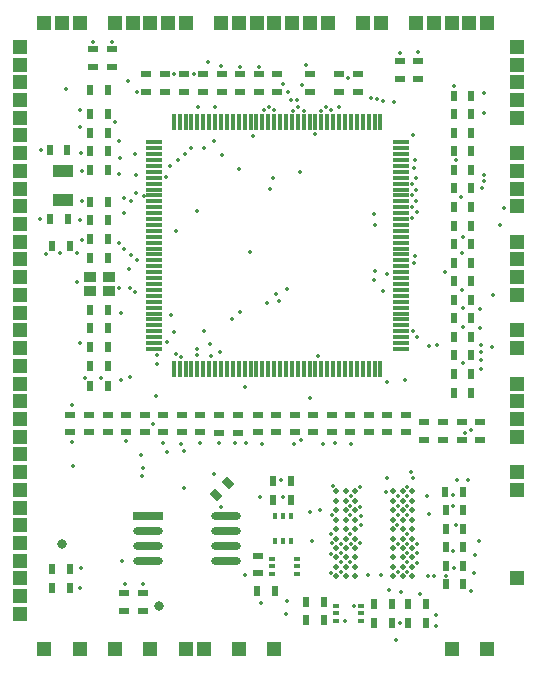
<source format=gts>
G04*
G04 #@! TF.GenerationSoftware,Altium Limited,Altium Designer,19.1.9 (167)*
G04*
G04 Layer_Color=8388736*
%FSLAX44Y44*%
%MOMM*%
G71*
G01*
G75*
%ADD13R,1.0000X0.9000*%
%ADD14R,1.8000X1.0000*%
%ADD15C,0.5000*%
%ADD16R,1.3500X0.3500*%
%ADD17R,0.3500X1.3500*%
%ADD18O,2.5000X0.7000*%
%ADD19R,2.5000X0.7000*%
%ADD20R,0.4000X0.6000*%
%ADD21R,0.6000X0.4000*%
%ADD22R,0.6000X0.9000*%
%ADD23R,0.9000X0.6000*%
G04:AMPARAMS|DCode=24|XSize=0.6mm|YSize=0.9mm|CornerRadius=0mm|HoleSize=0mm|Usage=FLASHONLY|Rotation=45.000|XOffset=0mm|YOffset=0mm|HoleType=Round|Shape=Rectangle|*
%AMROTATEDRECTD24*
4,1,4,0.1061,-0.5303,-0.5303,0.1061,-0.1061,0.5303,0.5303,-0.1061,0.1061,-0.5303,0.0*
%
%ADD24ROTATEDRECTD24*%

%ADD25R,1.3032X1.3032*%
%ADD26C,0.3500*%
%ADD27C,0.8000*%
D13*
X75250Y303000D02*
D03*
Y315250D02*
D03*
X58750Y303000D02*
D03*
Y315250D02*
D03*
D14*
X36250Y380250D02*
D03*
Y405250D02*
D03*
D15*
X331500Y61750D02*
D03*
Y69750D02*
D03*
Y77750D02*
D03*
Y85750D02*
D03*
Y93750D02*
D03*
Y101750D02*
D03*
Y109750D02*
D03*
Y117750D02*
D03*
Y125750D02*
D03*
Y133750D02*
D03*
X323500Y61750D02*
D03*
Y69750D02*
D03*
Y77750D02*
D03*
Y85750D02*
D03*
Y93750D02*
D03*
Y101750D02*
D03*
Y109750D02*
D03*
Y117750D02*
D03*
Y125750D02*
D03*
Y133750D02*
D03*
X315500Y61750D02*
D03*
Y69750D02*
D03*
Y77750D02*
D03*
Y85750D02*
D03*
Y93750D02*
D03*
Y101750D02*
D03*
Y109750D02*
D03*
Y117750D02*
D03*
Y125750D02*
D03*
Y133750D02*
D03*
X283500Y61750D02*
D03*
Y69750D02*
D03*
Y77750D02*
D03*
Y85750D02*
D03*
Y93750D02*
D03*
Y101750D02*
D03*
Y109750D02*
D03*
Y117750D02*
D03*
Y125750D02*
D03*
Y133750D02*
D03*
X275500Y61750D02*
D03*
Y69750D02*
D03*
Y77750D02*
D03*
Y85750D02*
D03*
Y93750D02*
D03*
Y101750D02*
D03*
Y109750D02*
D03*
Y117750D02*
D03*
Y125750D02*
D03*
Y133750D02*
D03*
X267500Y61750D02*
D03*
Y69750D02*
D03*
Y77750D02*
D03*
Y85750D02*
D03*
Y93750D02*
D03*
Y101750D02*
D03*
Y109750D02*
D03*
Y117750D02*
D03*
Y125750D02*
D03*
Y133750D02*
D03*
D16*
X112750Y429250D02*
D03*
Y424250D02*
D03*
Y419250D02*
D03*
Y414250D02*
D03*
Y409250D02*
D03*
Y404250D02*
D03*
Y399250D02*
D03*
Y394250D02*
D03*
Y389250D02*
D03*
Y384250D02*
D03*
Y379250D02*
D03*
Y374250D02*
D03*
Y369250D02*
D03*
Y364250D02*
D03*
Y359250D02*
D03*
Y354250D02*
D03*
Y349250D02*
D03*
Y344250D02*
D03*
Y339250D02*
D03*
Y334250D02*
D03*
Y329250D02*
D03*
Y324250D02*
D03*
Y319250D02*
D03*
Y314250D02*
D03*
Y309250D02*
D03*
Y304250D02*
D03*
Y299250D02*
D03*
Y294250D02*
D03*
Y289250D02*
D03*
Y284250D02*
D03*
Y279250D02*
D03*
Y274250D02*
D03*
Y269250D02*
D03*
Y264250D02*
D03*
Y259250D02*
D03*
Y254250D02*
D03*
X321750D02*
D03*
Y259250D02*
D03*
Y264250D02*
D03*
Y269250D02*
D03*
Y274250D02*
D03*
Y279250D02*
D03*
Y284250D02*
D03*
Y289250D02*
D03*
Y294250D02*
D03*
Y299250D02*
D03*
Y304250D02*
D03*
Y309250D02*
D03*
Y314250D02*
D03*
Y319250D02*
D03*
Y324250D02*
D03*
Y329250D02*
D03*
Y334250D02*
D03*
Y339250D02*
D03*
Y344250D02*
D03*
Y349250D02*
D03*
Y354250D02*
D03*
Y359250D02*
D03*
Y364250D02*
D03*
Y369250D02*
D03*
Y374250D02*
D03*
Y379250D02*
D03*
Y384250D02*
D03*
Y389250D02*
D03*
Y394250D02*
D03*
Y399250D02*
D03*
Y404250D02*
D03*
Y409250D02*
D03*
Y414250D02*
D03*
Y419250D02*
D03*
Y424250D02*
D03*
Y429250D02*
D03*
D17*
X129750Y237250D02*
D03*
X134750D02*
D03*
X139750D02*
D03*
X144750D02*
D03*
X149750D02*
D03*
X154750D02*
D03*
X159750D02*
D03*
X164750D02*
D03*
X169750D02*
D03*
X174750D02*
D03*
X179750D02*
D03*
X184750D02*
D03*
X189750D02*
D03*
X194750D02*
D03*
X199750D02*
D03*
X204750D02*
D03*
X209750D02*
D03*
X214750D02*
D03*
X219750D02*
D03*
X224750D02*
D03*
X229750D02*
D03*
X234750D02*
D03*
X239750D02*
D03*
X244750D02*
D03*
X249750D02*
D03*
X254750D02*
D03*
X259750D02*
D03*
X264750D02*
D03*
X269750D02*
D03*
X274750D02*
D03*
X279750D02*
D03*
X284750D02*
D03*
X289750D02*
D03*
X294750D02*
D03*
X299750D02*
D03*
X304750D02*
D03*
Y446250D02*
D03*
X299750D02*
D03*
X294750D02*
D03*
X289750D02*
D03*
X284750D02*
D03*
X279750D02*
D03*
X274750D02*
D03*
X269750D02*
D03*
X264750D02*
D03*
X259750D02*
D03*
X254750D02*
D03*
X249750D02*
D03*
X244750D02*
D03*
X239750D02*
D03*
X234750D02*
D03*
X229750D02*
D03*
X224750D02*
D03*
X219750D02*
D03*
X214750D02*
D03*
X209750D02*
D03*
X204750D02*
D03*
X199750D02*
D03*
X194750D02*
D03*
X189750D02*
D03*
X184750D02*
D03*
X179750D02*
D03*
X174750D02*
D03*
X169750D02*
D03*
X164750D02*
D03*
X159750D02*
D03*
X154750D02*
D03*
X149750D02*
D03*
X144750D02*
D03*
X139750D02*
D03*
X134750D02*
D03*
X129750D02*
D03*
D18*
X173853Y74900D02*
D03*
Y87600D02*
D03*
Y100300D02*
D03*
Y113000D02*
D03*
X107852Y74900D02*
D03*
Y87600D02*
D03*
Y100300D02*
D03*
D19*
Y113000D02*
D03*
D20*
X215750Y91500D02*
D03*
X222250D02*
D03*
X228750D02*
D03*
X215750Y112500D02*
D03*
X222250D02*
D03*
X228750D02*
D03*
D21*
X234352Y63750D02*
D03*
Y70250D02*
D03*
Y76750D02*
D03*
X213353Y63750D02*
D03*
Y70250D02*
D03*
Y76750D02*
D03*
X288102Y23850D02*
D03*
Y30350D02*
D03*
Y36850D02*
D03*
X267103Y23850D02*
D03*
Y30350D02*
D03*
Y36850D02*
D03*
D22*
X200500Y49500D02*
D03*
X215500D02*
D03*
X343000Y38250D02*
D03*
X328000D02*
D03*
X314500Y22500D02*
D03*
X299500D02*
D03*
X241750Y40350D02*
D03*
X256750D02*
D03*
X241750Y24647D02*
D03*
X256750D02*
D03*
X314560Y38250D02*
D03*
X299560D02*
D03*
X381750Y374453D02*
D03*
X366750D02*
D03*
X381750Y358750D02*
D03*
X366750D02*
D03*
X381750Y327298D02*
D03*
X366750D02*
D03*
X366750Y233082D02*
D03*
X381750D02*
D03*
X381750Y311595D02*
D03*
X366750D02*
D03*
X366750Y217380D02*
D03*
X381750D02*
D03*
X381750Y295892D02*
D03*
X366750D02*
D03*
X74250Y347453D02*
D03*
X59250D02*
D03*
X381750Y280190D02*
D03*
X366750D02*
D03*
X381750Y264487D02*
D03*
X366750D02*
D03*
X381750Y248785D02*
D03*
X366750D02*
D03*
X74250Y363155D02*
D03*
X59250D02*
D03*
X74250Y378858D02*
D03*
X59250D02*
D03*
X74250Y405500D02*
D03*
X59250D02*
D03*
X74250Y421750D02*
D03*
X59250D02*
D03*
X74250Y437500D02*
D03*
X59250D02*
D03*
X74250Y453500D02*
D03*
X59250D02*
D03*
X381750Y437263D02*
D03*
X366750D02*
D03*
X381750Y421560D02*
D03*
X366750D02*
D03*
X381750Y405858D02*
D03*
X366750D02*
D03*
X381750Y390155D02*
D03*
X366750D02*
D03*
X59250Y240047D02*
D03*
X74250D02*
D03*
X74250Y473453D02*
D03*
X59250D02*
D03*
X59250Y256000D02*
D03*
X74250D02*
D03*
X59250Y271798D02*
D03*
X74250D02*
D03*
X41750Y67750D02*
D03*
X26750D02*
D03*
X41750Y51500D02*
D03*
X26750D02*
D03*
X375000Y54840D02*
D03*
X360000D02*
D03*
X375000Y70542D02*
D03*
X360000D02*
D03*
X375000Y117650D02*
D03*
X360000D02*
D03*
X375000Y86245D02*
D03*
X360000D02*
D03*
X213750Y126547D02*
D03*
X228750D02*
D03*
X375000Y101947D02*
D03*
X360000D02*
D03*
X213750Y142250D02*
D03*
X228750D02*
D03*
X374500Y133500D02*
D03*
X359500D02*
D03*
X343000Y22548D02*
D03*
X328000D02*
D03*
X381750Y452965D02*
D03*
X366750D02*
D03*
X381750Y468668D02*
D03*
X366750D02*
D03*
X381750Y343000D02*
D03*
X366750D02*
D03*
X59250Y287500D02*
D03*
X74250D02*
D03*
X59250Y330863D02*
D03*
X74250D02*
D03*
X59250Y222750D02*
D03*
X74250D02*
D03*
X26750Y341750D02*
D03*
X41750D02*
D03*
X25000Y364347D02*
D03*
X40000D02*
D03*
X24750Y422750D02*
D03*
X39750D02*
D03*
D23*
X321250Y482750D02*
D03*
Y497750D02*
D03*
X336953D02*
D03*
Y482750D02*
D03*
X61500Y493000D02*
D03*
Y508000D02*
D03*
X77203Y508000D02*
D03*
Y493000D02*
D03*
X152203Y198750D02*
D03*
Y183750D02*
D03*
X136500Y198750D02*
D03*
Y183750D02*
D03*
X120798Y198750D02*
D03*
Y183750D02*
D03*
X89392Y198750D02*
D03*
Y183750D02*
D03*
X73690Y198750D02*
D03*
Y183750D02*
D03*
X357703Y192250D02*
D03*
Y177250D02*
D03*
X154500Y471750D02*
D03*
Y486750D02*
D03*
X170203Y471750D02*
D03*
Y486750D02*
D03*
X186000Y471750D02*
D03*
Y486750D02*
D03*
X269750Y486750D02*
D03*
Y471750D02*
D03*
X285452Y486750D02*
D03*
Y471750D02*
D03*
X201702Y486750D02*
D03*
Y471750D02*
D03*
X342000Y192250D02*
D03*
Y177250D02*
D03*
X326297Y198750D02*
D03*
Y183750D02*
D03*
X310595Y198750D02*
D03*
Y183750D02*
D03*
X294892Y198750D02*
D03*
Y183750D02*
D03*
X279190Y198750D02*
D03*
Y183750D02*
D03*
X263487Y198750D02*
D03*
Y183750D02*
D03*
X232082Y198750D02*
D03*
Y183750D02*
D03*
X216380Y198750D02*
D03*
Y183750D02*
D03*
X200677Y198750D02*
D03*
Y183750D02*
D03*
X57987Y198750D02*
D03*
Y183750D02*
D03*
X184250Y183500D02*
D03*
Y198500D02*
D03*
X122297Y471750D02*
D03*
Y486750D02*
D03*
X167905Y183500D02*
D03*
Y198500D02*
D03*
X138798Y471750D02*
D03*
Y486750D02*
D03*
X103750Y47500D02*
D03*
Y32500D02*
D03*
X88048Y47500D02*
D03*
Y32500D02*
D03*
X201250Y64250D02*
D03*
Y79250D02*
D03*
X373750Y177250D02*
D03*
Y192250D02*
D03*
X106595Y486750D02*
D03*
Y471750D02*
D03*
X217405Y486750D02*
D03*
Y471750D02*
D03*
X245500Y486750D02*
D03*
Y471750D02*
D03*
X389453Y177250D02*
D03*
Y192250D02*
D03*
X247785Y183750D02*
D03*
Y198750D02*
D03*
X105095Y183750D02*
D03*
Y198750D02*
D03*
X42285Y183750D02*
D03*
Y198750D02*
D03*
D24*
X165250Y130520D02*
D03*
X175857Y141126D02*
D03*
D25*
X0Y510000D02*
D03*
X155000Y0D02*
D03*
X140000D02*
D03*
X420000Y60000D02*
D03*
X0Y120000D02*
D03*
Y240000D02*
D03*
Y345000D02*
D03*
Y360000D02*
D03*
Y330000D02*
D03*
Y315000D02*
D03*
Y300000D02*
D03*
Y285000D02*
D03*
Y270000D02*
D03*
Y255000D02*
D03*
Y225000D02*
D03*
Y210000D02*
D03*
Y195000D02*
D03*
Y180000D02*
D03*
Y165000D02*
D03*
Y150000D02*
D03*
Y135000D02*
D03*
Y105000D02*
D03*
Y90000D02*
D03*
Y75000D02*
D03*
Y60000D02*
D03*
Y45000D02*
D03*
Y30000D02*
D03*
X20000Y0D02*
D03*
X50000D02*
D03*
X110000D02*
D03*
X80000D02*
D03*
X215000D02*
D03*
X185000D02*
D03*
X0Y435000D02*
D03*
X420000Y135000D02*
D03*
Y225000D02*
D03*
Y255000D02*
D03*
Y270000D02*
D03*
Y300000D02*
D03*
Y315000D02*
D03*
Y345000D02*
D03*
Y375000D02*
D03*
Y390000D02*
D03*
Y405000D02*
D03*
Y420000D02*
D03*
Y330000D02*
D03*
X395000Y530000D02*
D03*
X380000D02*
D03*
X365000D02*
D03*
X350000D02*
D03*
X335000D02*
D03*
X305000D02*
D03*
X290000D02*
D03*
X260000D02*
D03*
X245000D02*
D03*
X230000D02*
D03*
X215000D02*
D03*
X200000D02*
D03*
X185000D02*
D03*
X20000D02*
D03*
X35000D02*
D03*
X50000D02*
D03*
X80000D02*
D03*
X95000D02*
D03*
X110000D02*
D03*
X125000D02*
D03*
X140000D02*
D03*
X170000D02*
D03*
X420000Y510000D02*
D03*
Y495000D02*
D03*
Y480000D02*
D03*
Y465000D02*
D03*
Y450000D02*
D03*
Y210000D02*
D03*
Y195000D02*
D03*
Y180000D02*
D03*
Y150000D02*
D03*
X0Y495000D02*
D03*
Y480000D02*
D03*
Y465000D02*
D03*
Y450000D02*
D03*
X395000Y0D02*
D03*
X365000D02*
D03*
X0Y420000D02*
D03*
Y405000D02*
D03*
Y390000D02*
D03*
Y375000D02*
D03*
D26*
X224750Y29750D02*
D03*
X318000Y8250D02*
D03*
X104250Y383750D02*
D03*
X17000Y422750D02*
D03*
X98000Y401250D02*
D03*
X92708Y230650D02*
D03*
X93000Y305750D02*
D03*
X84750Y285000D02*
D03*
X48000Y310750D02*
D03*
Y335750D02*
D03*
X91504Y322266D02*
D03*
X97000Y302250D02*
D03*
X97750Y386250D02*
D03*
X87250Y382250D02*
D03*
Y369500D02*
D03*
X16750Y364500D02*
D03*
X136250Y247250D02*
D03*
X161000Y248250D02*
D03*
X319516Y65503D02*
D03*
X321500Y22500D02*
D03*
X351750Y19750D02*
D03*
X351500Y28750D02*
D03*
X204010Y39502D02*
D03*
X338500Y47000D02*
D03*
X202750Y128750D02*
D03*
X287500Y137500D02*
D03*
X114750Y214500D02*
D03*
X43250Y206750D02*
D03*
X68500Y229750D02*
D03*
X54750D02*
D03*
X33500Y335750D02*
D03*
X91000Y481000D02*
D03*
X242000Y495000D02*
D03*
X222500Y479000D02*
D03*
X392500Y471250D02*
D03*
X392250Y454000D02*
D03*
X374750Y349000D02*
D03*
X171000Y418250D02*
D03*
X158750Y497250D02*
D03*
X164250Y430250D02*
D03*
X88500Y55500D02*
D03*
X103500Y55000D02*
D03*
X50500Y51500D02*
D03*
X51000Y69000D02*
D03*
X376000Y183500D02*
D03*
X226000Y40750D02*
D03*
X190250Y62750D02*
D03*
X388000Y91500D02*
D03*
X385000Y80000D02*
D03*
X383750Y64250D02*
D03*
X381750Y49500D02*
D03*
X378750Y143000D02*
D03*
X369250D02*
D03*
X237500Y177250D02*
D03*
X43750Y175250D02*
D03*
X85000Y228000D02*
D03*
X112500Y191000D02*
D03*
X194500Y336250D02*
D03*
X50750Y259250D02*
D03*
X115250Y241750D02*
D03*
X131750Y250000D02*
D03*
X129756Y268513D02*
D03*
X123750Y260500D02*
D03*
X127750Y283250D02*
D03*
X186250Y285500D02*
D03*
X208500Y292750D02*
D03*
X115250Y248750D02*
D03*
X149250D02*
D03*
Y254500D02*
D03*
X160500Y258250D02*
D03*
X168500Y251750D02*
D03*
X155500Y269750D02*
D03*
X179009Y279264D02*
D03*
X219250Y295000D02*
D03*
X310250Y145250D02*
D03*
X287750Y120750D02*
D03*
X325750Y227750D02*
D03*
X381250Y186000D02*
D03*
X216000Y300500D02*
D03*
X225250Y304750D02*
D03*
X399500Y255750D02*
D03*
X390250Y257750D02*
D03*
X352750D02*
D03*
X390000Y252000D02*
D03*
X345500Y257000D02*
D03*
X389750Y244750D02*
D03*
X390000Y237000D02*
D03*
X389250Y287750D02*
D03*
X389000Y272250D02*
D03*
X333500Y326750D02*
D03*
X334000Y333000D02*
D03*
X374250Y272750D02*
D03*
X335500Y264500D02*
D03*
X332250Y269250D02*
D03*
X359250Y319750D02*
D03*
X400250Y299750D02*
D03*
X372750Y382500D02*
D03*
X306750Y464250D02*
D03*
X269250Y459000D02*
D03*
X277500Y484000D02*
D03*
X238500Y478000D02*
D03*
X333250Y407500D02*
D03*
X334250Y414500D02*
D03*
X390929Y390429D02*
D03*
X392250Y396250D02*
D03*
Y401750D02*
D03*
X368768Y414270D02*
D03*
X331500Y364750D02*
D03*
X335250Y399000D02*
D03*
X331500Y394250D02*
D03*
X334750Y389250D02*
D03*
X331500Y384250D02*
D03*
X335000Y379500D02*
D03*
X331500Y374250D02*
D03*
X336000Y370000D02*
D03*
X332500Y435750D02*
D03*
X213750Y399000D02*
D03*
X149250Y371000D02*
D03*
X321000Y505250D02*
D03*
X336750Y505750D02*
D03*
X301500Y466000D02*
D03*
X296500Y467000D02*
D03*
X316000Y463750D02*
D03*
X258750Y459250D02*
D03*
X263013Y456272D02*
D03*
X254250Y456000D02*
D03*
X240000Y455750D02*
D03*
X235000Y459250D02*
D03*
X237000Y404500D02*
D03*
X230750Y455750D02*
D03*
X234500Y464750D02*
D03*
X229000Y465000D02*
D03*
X214500Y456500D02*
D03*
X210000Y459500D02*
D03*
X205750Y456750D02*
D03*
X165000Y459250D02*
D03*
X150250Y459000D02*
D03*
X123000Y400000D02*
D03*
X144000Y424000D02*
D03*
X139000Y419250D02*
D03*
X133500Y414000D02*
D03*
X126750Y409250D02*
D03*
X87750Y339250D02*
D03*
X83250Y344250D02*
D03*
X93750Y333500D02*
D03*
X98750Y329250D02*
D03*
X93500Y379500D02*
D03*
X83250Y430500D02*
D03*
X52500Y405250D02*
D03*
X51500Y420000D02*
D03*
X80250Y446750D02*
D03*
X84500Y415750D02*
D03*
X83250Y402000D02*
D03*
X50750Y456500D02*
D03*
X50250Y442250D02*
D03*
X131750Y354250D02*
D03*
X190250Y221750D02*
D03*
X251500Y248500D02*
D03*
X300000Y320250D02*
D03*
X300500Y359500D02*
D03*
X77750Y514250D02*
D03*
X61250D02*
D03*
X367000Y477000D02*
D03*
X373750Y335750D02*
D03*
X245250Y212750D02*
D03*
X256250Y173500D02*
D03*
X97250Y419000D02*
D03*
X21250Y334750D02*
D03*
X83750Y306250D02*
D03*
X226500Y471750D02*
D03*
X99000D02*
D03*
X197250Y434500D02*
D03*
X249500Y436000D02*
D03*
X85750Y75000D02*
D03*
X163871Y148313D02*
D03*
X169750Y120500D02*
D03*
X374250Y289000D02*
D03*
X307000Y303250D02*
D03*
X138750Y167500D02*
D03*
X44750Y155350D02*
D03*
X104000Y153100D02*
D03*
X101750Y164600D02*
D03*
X123750Y166850D02*
D03*
X103000Y146850D02*
D03*
X310500Y317750D02*
D03*
X299250Y312750D02*
D03*
X373750Y304000D02*
D03*
X299250Y368500D02*
D03*
X51726Y346726D02*
D03*
X38750Y474000D02*
D03*
X366750Y68750D02*
D03*
X366500Y131000D02*
D03*
X344500Y129750D02*
D03*
X366500Y121500D02*
D03*
X346250Y114250D02*
D03*
X368500Y105500D02*
D03*
X366000Y83000D02*
D03*
X360000Y62250D02*
D03*
X350250D02*
D03*
X345250D02*
D03*
X271250Y65250D02*
D03*
X263513Y114009D02*
D03*
X222511Y128759D02*
D03*
X246763Y91757D02*
D03*
X220261Y143510D02*
D03*
X263263Y98008D02*
D03*
X263500Y90000D02*
D03*
X264500Y138000D02*
D03*
X211000Y389750D02*
D03*
X185250Y406750D02*
D03*
X146750Y487000D02*
D03*
X327517Y97508D02*
D03*
X130250Y486750D02*
D03*
X155500Y424750D02*
D03*
X279250Y97750D02*
D03*
X374250Y242250D02*
D03*
X336000Y81500D02*
D03*
X327250D02*
D03*
X310500Y226250D02*
D03*
X327500Y73750D02*
D03*
X327267Y121509D02*
D03*
X311750Y50500D02*
D03*
X319250Y89500D02*
D03*
X138250Y136500D02*
D03*
X335517Y89257D02*
D03*
X202000Y493000D02*
D03*
X327500Y89250D02*
D03*
X169750Y493500D02*
D03*
X309516Y133009D02*
D03*
X186000Y492750D02*
D03*
X271250Y89500D02*
D03*
X321750Y48250D02*
D03*
X191250Y174250D02*
D03*
X204750Y174000D02*
D03*
X181250Y174750D02*
D03*
X271500Y81500D02*
D03*
X167750Y174500D02*
D03*
X152000D02*
D03*
X262500Y81000D02*
D03*
X263013Y64756D02*
D03*
X287500Y89750D02*
D03*
X282353Y36500D02*
D03*
X279514Y89507D02*
D03*
X274352Y24000D02*
D03*
X279250Y73750D02*
D03*
X271250D02*
D03*
X136000Y174000D02*
D03*
X120500Y174250D02*
D03*
X89000Y176250D02*
D03*
X50750Y363500D02*
D03*
X305000Y62500D02*
D03*
X52250Y379250D02*
D03*
X294000Y62500D02*
D03*
X327500Y65500D02*
D03*
X335517Y73257D02*
D03*
X330438Y150000D02*
D03*
X332250Y145000D02*
D03*
X279500Y129750D02*
D03*
X266250Y174500D02*
D03*
X280250Y174000D02*
D03*
X245250Y116000D02*
D03*
X253750Y118250D02*
D03*
X319750Y113750D02*
D03*
X231500Y174000D02*
D03*
X327250Y113500D02*
D03*
X406270Y359021D02*
D03*
X409750Y374000D02*
D03*
X319500Y129500D02*
D03*
X319250Y121250D02*
D03*
X327500Y129500D02*
D03*
X327000Y137500D02*
D03*
X319000Y105500D02*
D03*
X288000Y105250D02*
D03*
X279250Y113750D02*
D03*
X288000Y113000D02*
D03*
X279264Y121259D02*
D03*
D27*
X117500Y36750D02*
D03*
X34750Y89250D02*
D03*
M02*

</source>
